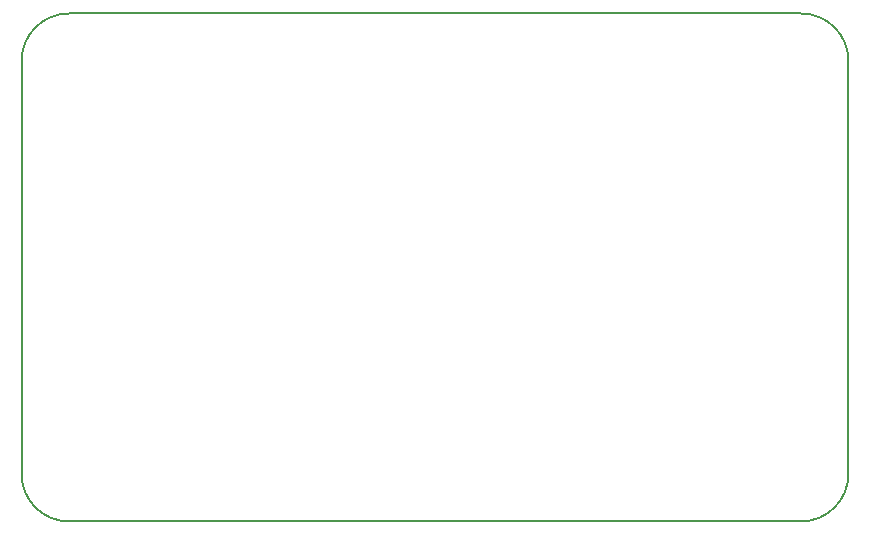
<source format=gbr>
G04 #@! TF.FileFunction,Profile,NP*
%FSLAX45Y45*%
G04 Gerber Fmt 4.5, Leading zero omitted, Abs format (unit mm)*
G04 Created by KiCad (PCBNEW (after 2015-may-01 BZR unknown)-product) date 21-May-15 9:31:02 AM*
%MOMM*%
G01*
G04 APERTURE LIST*
%ADD10C,0.100000*%
%ADD11C,0.149860*%
G04 APERTURE END LIST*
D10*
D11*
X6500000Y-11500000D02*
X6500000Y-8000000D01*
X13100000Y-11900000D02*
X6900000Y-11900000D01*
X13500000Y-8000000D02*
X13500000Y-11500000D01*
X6900000Y-7600000D02*
X13100000Y-7600000D01*
X6900000Y-7600000D02*
G75*
G03X6500000Y-8000000I0J-400000D01*
G01*
X13500000Y-8000000D02*
G75*
G03X13100000Y-7600000I-400000J0D01*
G01*
X13100000Y-11900000D02*
G75*
G03X13500000Y-11500000I0J400000D01*
G01*
X6500000Y-11500000D02*
G75*
G03X6900000Y-11900000I400000J0D01*
G01*
M02*

</source>
